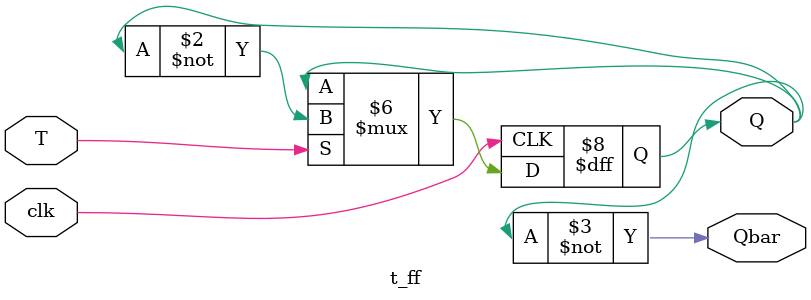
<source format=v>
module t_ff (

input T, clk,
output reg Q,
output Qbar

);

initial begin
    Q = 0;
end

always @(posedge clk) begin

if(T)
    Q <= ~Q;
else
    Q <= Q;
end

assign Qbar = ~Q;


endmodule

</source>
